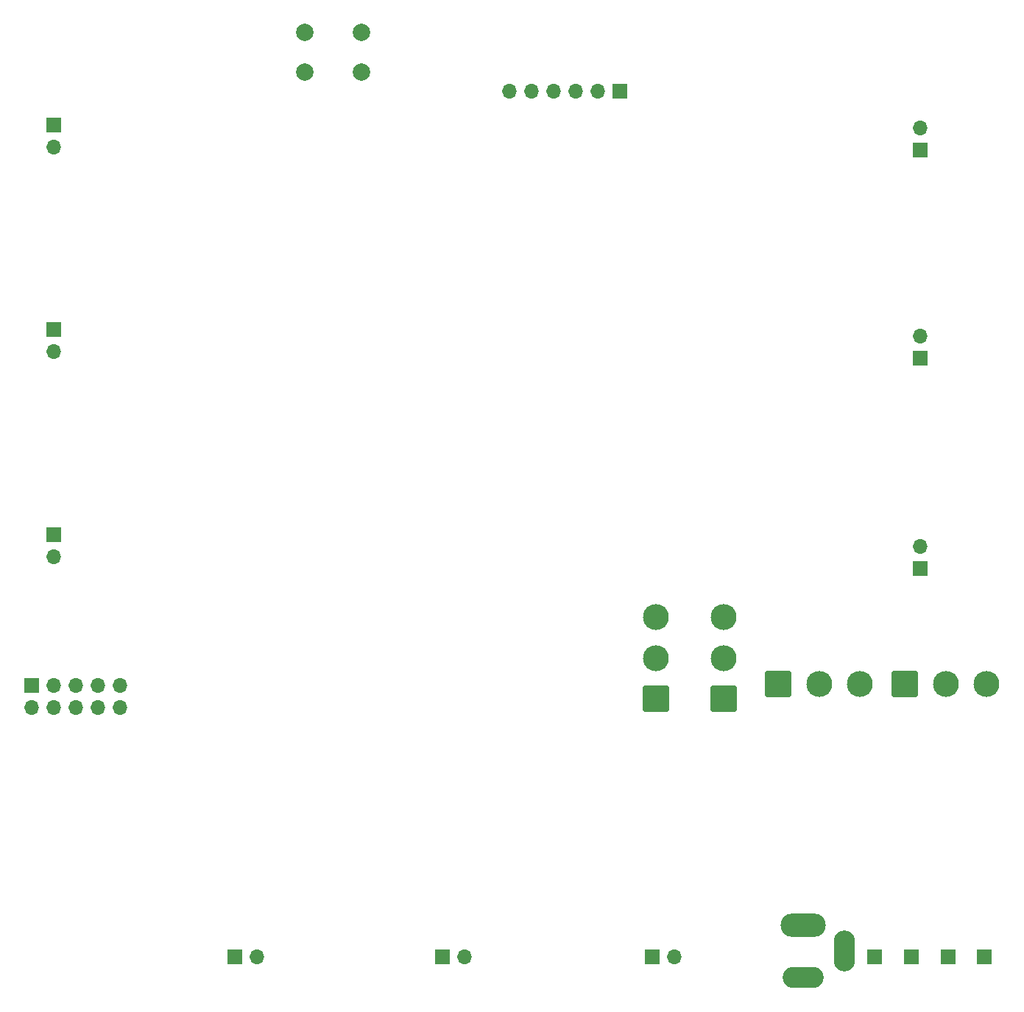
<source format=gbr>
%TF.GenerationSoftware,KiCad,Pcbnew,(6.0.11-0)*%
%TF.CreationDate,2023-11-22T21:35:17-06:00*%
%TF.ProjectId,ECE395_Digital_Target,45434533-3935-45f4-9469-676974616c5f,rev?*%
%TF.SameCoordinates,Original*%
%TF.FileFunction,Soldermask,Bot*%
%TF.FilePolarity,Negative*%
%FSLAX46Y46*%
G04 Gerber Fmt 4.6, Leading zero omitted, Abs format (unit mm)*
G04 Created by KiCad (PCBNEW (6.0.11-0)) date 2023-11-22 21:35:17*
%MOMM*%
%LPD*%
G01*
G04 APERTURE LIST*
G04 Aperture macros list*
%AMRoundRect*
0 Rectangle with rounded corners*
0 $1 Rounding radius*
0 $2 $3 $4 $5 $6 $7 $8 $9 X,Y pos of 4 corners*
0 Add a 4 corners polygon primitive as box body*
4,1,4,$2,$3,$4,$5,$6,$7,$8,$9,$2,$3,0*
0 Add four circle primitives for the rounded corners*
1,1,$1+$1,$2,$3*
1,1,$1+$1,$4,$5*
1,1,$1+$1,$6,$7*
1,1,$1+$1,$8,$9*
0 Add four rect primitives between the rounded corners*
20,1,$1+$1,$2,$3,$4,$5,0*
20,1,$1+$1,$4,$5,$6,$7,0*
20,1,$1+$1,$6,$7,$8,$9,0*
20,1,$1+$1,$8,$9,$2,$3,0*%
G04 Aperture macros list end*
%ADD10R,1.700000X1.700000*%
%ADD11O,1.700000X1.700000*%
%ADD12RoundRect,0.102000X1.387500X-1.387500X1.387500X1.387500X-1.387500X1.387500X-1.387500X-1.387500X0*%
%ADD13C,2.979000*%
%ADD14O,5.204000X2.704000*%
%ADD15O,4.704000X2.454000*%
%ADD16O,2.454000X4.704000*%
%ADD17RoundRect,0.102000X1.387500X1.387500X-1.387500X1.387500X-1.387500X-1.387500X1.387500X-1.387500X0*%
%ADD18C,2.000000*%
G04 APERTURE END LIST*
D10*
%TO.C,S2*%
X123925000Y-41400000D03*
D11*
X121385000Y-41400000D03*
X118845000Y-41400000D03*
X116305000Y-41400000D03*
X113765000Y-41400000D03*
X111225000Y-41400000D03*
%TD*%
D12*
%TO.C,S63*%
X156700000Y-109600000D03*
D13*
X161400000Y-109600000D03*
X166100000Y-109600000D03*
%TD*%
D14*
%TO.C,J0*%
X145000000Y-137387500D03*
D15*
X145000000Y-143387500D03*
D16*
X149700000Y-140387500D03*
%TD*%
D10*
%TO.C,J1*%
X58800000Y-45300000D03*
D11*
X58800000Y-47840000D03*
%TD*%
D10*
%TO.C,J7*%
X79600000Y-141000000D03*
D11*
X82140000Y-141000000D03*
%TD*%
D17*
%TO.C,S550*%
X135852500Y-111350000D03*
D13*
X135852500Y-106650000D03*
X135852500Y-101950000D03*
%TD*%
D10*
%TO.C,J4*%
X158400000Y-48200000D03*
D11*
X158400000Y-45660000D03*
%TD*%
D10*
%TO.C,J5*%
X158400000Y-72100000D03*
D11*
X158400000Y-69560000D03*
%TD*%
D10*
%TO.C,S1*%
X56260000Y-109800000D03*
D11*
X56260000Y-112340000D03*
X58800000Y-109800000D03*
X58800000Y-112340000D03*
X61340000Y-109800000D03*
X61340000Y-112340000D03*
X63880000Y-109800000D03*
X63880000Y-112340000D03*
X66420000Y-109800000D03*
X66420000Y-112340000D03*
%TD*%
D12*
%TO.C,S65*%
X142100000Y-109600000D03*
D13*
X146800000Y-109600000D03*
X151500000Y-109600000D03*
%TD*%
D10*
%TO.C,J9*%
X127600000Y-141000000D03*
D11*
X130140000Y-141000000D03*
%TD*%
D17*
%TO.C,S350*%
X128052500Y-111350000D03*
D13*
X128052500Y-106650000D03*
X128052500Y-101950000D03*
%TD*%
D10*
%TO.C,J166*%
X157425000Y-141000000D03*
%TD*%
%TO.C,J6*%
X158400000Y-96300000D03*
D11*
X158400000Y-93760000D03*
%TD*%
D10*
%TO.C,J8*%
X103500000Y-141000000D03*
D11*
X106040000Y-141000000D03*
%TD*%
D18*
%TO.C,SW1*%
X87650000Y-34650000D03*
X94150000Y-34650000D03*
X94150000Y-39150000D03*
X87650000Y-39150000D03*
%TD*%
D10*
%TO.C,J3*%
X58800000Y-92400000D03*
D11*
X58800000Y-94940000D03*
%TD*%
D10*
%TO.C,J112*%
X153225000Y-141000000D03*
%TD*%
%TO.C,J2*%
X58800000Y-68800000D03*
D11*
X58800000Y-71340000D03*
%TD*%
D10*
%TO.C,J133*%
X165825000Y-141000000D03*
%TD*%
%TO.C,J999*%
X161625000Y-141000000D03*
%TD*%
M02*

</source>
